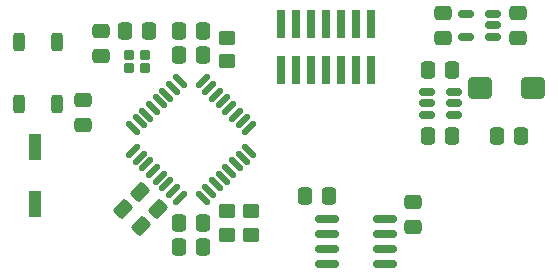
<source format=gbr>
%TF.GenerationSoftware,KiCad,Pcbnew,9.0.1*%
%TF.CreationDate,2025-09-03T00:36:21-07:00*%
%TF.ProjectId,stm32-test,73746d33-322d-4746-9573-742e6b696361,rev?*%
%TF.SameCoordinates,Original*%
%TF.FileFunction,Paste,Top*%
%TF.FilePolarity,Positive*%
%FSLAX46Y46*%
G04 Gerber Fmt 4.6, Leading zero omitted, Abs format (unit mm)*
G04 Created by KiCad (PCBNEW 9.0.1) date 2025-09-03 00:36:21*
%MOMM*%
%LPD*%
G01*
G04 APERTURE LIST*
G04 Aperture macros list*
%AMRoundRect*
0 Rectangle with rounded corners*
0 $1 Rounding radius*
0 $2 $3 $4 $5 $6 $7 $8 $9 X,Y pos of 4 corners*
0 Add a 4 corners polygon primitive as box body*
4,1,4,$2,$3,$4,$5,$6,$7,$8,$9,$2,$3,0*
0 Add four circle primitives for the rounded corners*
1,1,$1+$1,$2,$3*
1,1,$1+$1,$4,$5*
1,1,$1+$1,$6,$7*
1,1,$1+$1,$8,$9*
0 Add four rect primitives between the rounded corners*
20,1,$1+$1,$2,$3,$4,$5,0*
20,1,$1+$1,$4,$5,$6,$7,0*
20,1,$1+$1,$6,$7,$8,$9,0*
20,1,$1+$1,$8,$9,$2,$3,0*%
G04 Aperture macros list end*
%ADD10R,0.990600X2.184400*%
%ADD11RoundRect,0.150000X-0.825000X-0.150000X0.825000X-0.150000X0.825000X0.150000X-0.825000X0.150000X0*%
%ADD12RoundRect,0.250000X-0.337500X-0.475000X0.337500X-0.475000X0.337500X0.475000X-0.337500X0.475000X0*%
%ADD13RoundRect,0.250000X0.337500X0.475000X-0.337500X0.475000X-0.337500X-0.475000X0.337500X-0.475000X0*%
%ADD14RoundRect,0.250000X0.574524X0.097227X0.097227X0.574524X-0.574524X-0.097227X-0.097227X-0.574524X0*%
%ADD15RoundRect,0.250000X0.475000X-0.337500X0.475000X0.337500X-0.475000X0.337500X-0.475000X-0.337500X0*%
%ADD16RoundRect,0.250000X-0.475000X0.337500X-0.475000X-0.337500X0.475000X-0.337500X0.475000X0.337500X0*%
%ADD17R,0.740000X2.400000*%
%ADD18RoundRect,0.250000X-0.750000X-0.650000X0.750000X-0.650000X0.750000X0.650000X-0.750000X0.650000X0*%
%ADD19RoundRect,0.250000X0.450000X-0.350000X0.450000X0.350000X-0.450000X0.350000X-0.450000X-0.350000X0*%
%ADD20RoundRect,0.250000X0.250000X-0.525000X0.250000X0.525000X-0.250000X0.525000X-0.250000X-0.525000X0*%
%ADD21RoundRect,0.125000X-0.530330X-0.353553X-0.353553X-0.530330X0.530330X0.353553X0.353553X0.530330X0*%
%ADD22RoundRect,0.125000X-0.530330X0.353553X0.353553X-0.530330X0.530330X-0.353553X-0.353553X0.530330X0*%
%ADD23RoundRect,0.150000X-0.512500X-0.150000X0.512500X-0.150000X0.512500X0.150000X-0.512500X0.150000X0*%
%ADD24RoundRect,0.150000X0.512500X0.150000X-0.512500X0.150000X-0.512500X-0.150000X0.512500X-0.150000X0*%
%ADD25RoundRect,0.200000X-0.250000X-0.200000X0.250000X-0.200000X0.250000X0.200000X-0.250000X0.200000X0*%
G04 APERTURE END LIST*
D10*
%TO.C,SW1*%
X127508000Y-98704400D03*
X127508000Y-93827600D03*
%TD*%
D11*
%TO.C,U5*%
X157161000Y-99949000D03*
X157161000Y-101219000D03*
X157161000Y-102489000D03*
X157161000Y-103759000D03*
X152211000Y-103759000D03*
X152211000Y-102489000D03*
X152211000Y-101219000D03*
X152211000Y-99949000D03*
%TD*%
D12*
%TO.C,C1*%
X141753500Y-86106000D03*
X139678500Y-86106000D03*
%TD*%
%TO.C,C2*%
X141753500Y-84074000D03*
X139678500Y-84074000D03*
%TD*%
D13*
%TO.C,C3*%
X139678500Y-100330000D03*
X141753500Y-100330000D03*
%TD*%
%TO.C,C4*%
X139678500Y-102362000D03*
X141753500Y-102362000D03*
%TD*%
D14*
%TO.C,C5*%
X136411174Y-97636333D03*
X137878420Y-99103579D03*
%TD*%
%TO.C,C6*%
X134974333Y-99073174D03*
X136441579Y-100540420D03*
%TD*%
D15*
%TO.C,C7*%
X131572000Y-89894500D03*
X131572000Y-91969500D03*
%TD*%
D13*
%TO.C,C8*%
X135106500Y-84074000D03*
X137181500Y-84074000D03*
%TD*%
D15*
%TO.C,C9*%
X133096000Y-84052500D03*
X133096000Y-86127500D03*
%TD*%
D13*
%TO.C,C10*%
X160760500Y-92964000D03*
X162835500Y-92964000D03*
%TD*%
%TO.C,C11*%
X160760500Y-87376000D03*
X162835500Y-87376000D03*
%TD*%
D12*
%TO.C,C12*%
X168677500Y-92964000D03*
X166602500Y-92964000D03*
%TD*%
D16*
%TO.C,C13*%
X168402000Y-84603500D03*
X168402000Y-82528500D03*
%TD*%
%TO.C,C14*%
X162052000Y-84603500D03*
X162052000Y-82528500D03*
%TD*%
D13*
%TO.C,C15*%
X150346500Y-98044000D03*
X152421500Y-98044000D03*
%TD*%
D16*
%TO.C,C16*%
X159512000Y-100605500D03*
X159512000Y-98530500D03*
%TD*%
D17*
%TO.C,J7*%
X148336000Y-87376000D03*
X148336000Y-83476000D03*
X149606000Y-87376000D03*
X149606000Y-83476000D03*
X150876000Y-87376000D03*
X150876000Y-83476000D03*
X152146000Y-87376000D03*
X152146000Y-83476000D03*
X153416000Y-87376000D03*
X153416000Y-83476000D03*
X154686000Y-87376000D03*
X154686000Y-83476000D03*
X155956000Y-87376000D03*
X155956000Y-83476000D03*
%TD*%
D18*
%TO.C,L1*%
X169636000Y-88900000D03*
X165136000Y-88900000D03*
%TD*%
D19*
%TO.C,R1*%
X143764000Y-84598000D03*
X143764000Y-86598000D03*
%TD*%
%TO.C,R2*%
X145796000Y-99314000D03*
X145796000Y-101314000D03*
%TD*%
%TO.C,R3*%
X143764000Y-99314000D03*
X143764000Y-101314000D03*
%TD*%
D20*
%TO.C,SW2*%
X129362000Y-85005000D03*
X129362000Y-90255000D03*
X126162000Y-85005000D03*
X126162000Y-90255000D03*
%TD*%
D21*
%TO.C,U1*%
X141688272Y-88285930D03*
X142253957Y-88851616D03*
X142819643Y-89417301D03*
X143385328Y-89982986D03*
X143951014Y-90548672D03*
X144516699Y-91114357D03*
X145082384Y-91680043D03*
X145648070Y-92245728D03*
D22*
X145648070Y-94190272D03*
X145082384Y-94755957D03*
X144516699Y-95321643D03*
X143951014Y-95887328D03*
X143385328Y-96453014D03*
X142819643Y-97018699D03*
X142253957Y-97584384D03*
X141688272Y-98150070D03*
D21*
X139743728Y-98150070D03*
X139178043Y-97584384D03*
X138612357Y-97018699D03*
X138046672Y-96453014D03*
X137480986Y-95887328D03*
X136915301Y-95321643D03*
X136349616Y-94755957D03*
X135783930Y-94190272D03*
D22*
X135783930Y-92245728D03*
X136349616Y-91680043D03*
X136915301Y-91114357D03*
X137480986Y-90548672D03*
X138046672Y-89982986D03*
X138612357Y-89417301D03*
X139178043Y-88851616D03*
X139743728Y-88285930D03*
%TD*%
D23*
%TO.C,U2*%
X162935500Y-89220000D03*
X162935500Y-90170000D03*
X162935500Y-91120000D03*
X160660500Y-91120000D03*
X160660500Y-90170000D03*
X160660500Y-89220000D03*
%TD*%
D24*
%TO.C,U3*%
X163962500Y-84516000D03*
X163962500Y-82616000D03*
X166237500Y-82616000D03*
X166237500Y-83566000D03*
X166237500Y-84516000D03*
%TD*%
D25*
%TO.C,Y2*%
X135444000Y-86064000D03*
X136844000Y-86064000D03*
X136844000Y-87164000D03*
X135444000Y-87164000D03*
%TD*%
M02*

</source>
